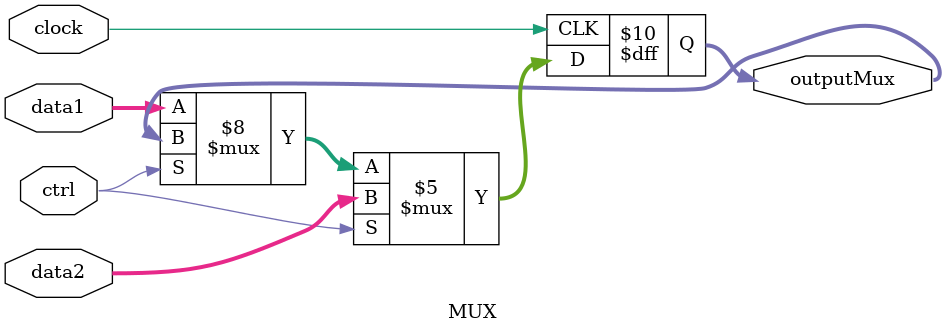
<source format=v>
module MUX(clock, data1, data2, ctrl, outputMux);

    input [15:0]data1;
    input [15:0]data2;
    input ctrl;
    input clock;

    output reg [15:0]outputMux;

    always @ (posedge clock)begin
        if(ctrl == 0)begin
            outputMux = data1;
        end if(ctrl == 1)begin
            outputMux = data2;
        end
    end
endmodule
</source>
